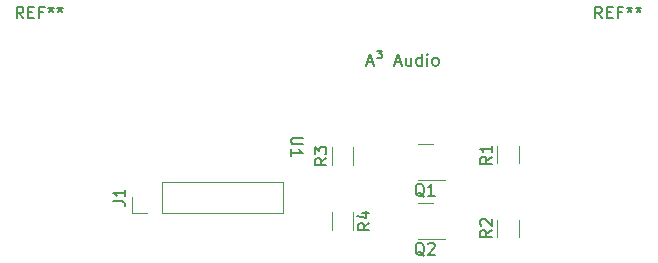
<source format=gbr>
%TF.GenerationSoftware,KiCad,Pcbnew,(6.0.0)*%
%TF.CreationDate,2022-09-27T13:06:44+08:00*%
%TF.ProjectId,rpiconnector,72706963-6f6e-46e6-9563-746f722e6b69,rev?*%
%TF.SameCoordinates,Original*%
%TF.FileFunction,Legend,Top*%
%TF.FilePolarity,Positive*%
%FSLAX46Y46*%
G04 Gerber Fmt 4.6, Leading zero omitted, Abs format (unit mm)*
G04 Created by KiCad (PCBNEW (6.0.0)) date 2022-09-27 13:06:44*
%MOMM*%
%LPD*%
G01*
G04 APERTURE LIST*
%ADD10C,0.150000*%
%ADD11C,0.120000*%
G04 APERTURE END LIST*
D10*
X148076190Y-56066666D02*
X148552380Y-56066666D01*
X147980952Y-56352380D02*
X148314285Y-55352380D01*
X148647619Y-56352380D01*
X148933333Y-55066666D02*
X149314285Y-55066666D01*
X149123809Y-55304761D01*
X149171428Y-55304761D01*
X149266666Y-55352380D01*
X149314285Y-55447619D01*
X149314285Y-55590476D01*
X149266666Y-55685714D01*
X149171428Y-55733333D01*
X149028571Y-55733333D01*
X148933333Y-55685714D01*
X150457142Y-56066666D02*
X150933333Y-56066666D01*
X150361904Y-56352380D02*
X150695238Y-55352380D01*
X151028571Y-56352380D01*
X151790476Y-55685714D02*
X151790476Y-56352380D01*
X151361904Y-55685714D02*
X151361904Y-56209523D01*
X151409523Y-56304761D01*
X151504761Y-56352380D01*
X151647619Y-56352380D01*
X151742857Y-56304761D01*
X151790476Y-56257142D01*
X152695238Y-56352380D02*
X152695238Y-55352380D01*
X152695238Y-56304761D02*
X152600000Y-56352380D01*
X152409523Y-56352380D01*
X152314285Y-56304761D01*
X152266666Y-56257142D01*
X152219047Y-56161904D01*
X152219047Y-55876190D01*
X152266666Y-55780952D01*
X152314285Y-55733333D01*
X152409523Y-55685714D01*
X152600000Y-55685714D01*
X152695238Y-55733333D01*
X153171428Y-56352380D02*
X153171428Y-55685714D01*
X153171428Y-55352380D02*
X153123809Y-55400000D01*
X153171428Y-55447619D01*
X153219047Y-55400000D01*
X153171428Y-55352380D01*
X153171428Y-55447619D01*
X153790476Y-56352380D02*
X153695238Y-56304761D01*
X153647619Y-56257142D01*
X153600000Y-56161904D01*
X153600000Y-55876190D01*
X153647619Y-55780952D01*
X153695238Y-55733333D01*
X153790476Y-55685714D01*
X153933333Y-55685714D01*
X154028571Y-55733333D01*
X154076190Y-55780952D01*
X154123809Y-55876190D01*
X154123809Y-56161904D01*
X154076190Y-56257142D01*
X154028571Y-56304761D01*
X153933333Y-56352380D01*
X153790476Y-56352380D01*
%TO.C,Q1*%
X152904761Y-67447619D02*
X152809523Y-67400000D01*
X152714285Y-67304761D01*
X152571428Y-67161904D01*
X152476190Y-67114285D01*
X152380952Y-67114285D01*
X152428571Y-67352380D02*
X152333333Y-67304761D01*
X152238095Y-67209523D01*
X152190476Y-67019047D01*
X152190476Y-66685714D01*
X152238095Y-66495238D01*
X152333333Y-66400000D01*
X152428571Y-66352380D01*
X152619047Y-66352380D01*
X152714285Y-66400000D01*
X152809523Y-66495238D01*
X152857142Y-66685714D01*
X152857142Y-67019047D01*
X152809523Y-67209523D01*
X152714285Y-67304761D01*
X152619047Y-67352380D01*
X152428571Y-67352380D01*
X153809523Y-67352380D02*
X153238095Y-67352380D01*
X153523809Y-67352380D02*
X153523809Y-66352380D01*
X153428571Y-66495238D01*
X153333333Y-66590476D01*
X153238095Y-66638095D01*
%TO.C,REF\u002A\u002A*%
X118966666Y-52352380D02*
X118633333Y-51876190D01*
X118395238Y-52352380D02*
X118395238Y-51352380D01*
X118776190Y-51352380D01*
X118871428Y-51400000D01*
X118919047Y-51447619D01*
X118966666Y-51542857D01*
X118966666Y-51685714D01*
X118919047Y-51780952D01*
X118871428Y-51828571D01*
X118776190Y-51876190D01*
X118395238Y-51876190D01*
X119395238Y-51828571D02*
X119728571Y-51828571D01*
X119871428Y-52352380D02*
X119395238Y-52352380D01*
X119395238Y-51352380D01*
X119871428Y-51352380D01*
X120633333Y-51828571D02*
X120300000Y-51828571D01*
X120300000Y-52352380D02*
X120300000Y-51352380D01*
X120776190Y-51352380D01*
X121300000Y-51352380D02*
X121300000Y-51590476D01*
X121061904Y-51495238D02*
X121300000Y-51590476D01*
X121538095Y-51495238D01*
X121157142Y-51780952D02*
X121300000Y-51590476D01*
X121442857Y-51780952D01*
X122061904Y-51352380D02*
X122061904Y-51590476D01*
X121823809Y-51495238D02*
X122061904Y-51590476D01*
X122300000Y-51495238D01*
X121919047Y-51780952D02*
X122061904Y-51590476D01*
X122204761Y-51780952D01*
%TO.C,U1*%
X142627619Y-62438095D02*
X141818095Y-62438095D01*
X141722857Y-62485714D01*
X141675238Y-62533333D01*
X141627619Y-62628571D01*
X141627619Y-62819047D01*
X141675238Y-62914285D01*
X141722857Y-62961904D01*
X141818095Y-63009523D01*
X142627619Y-63009523D01*
X141627619Y-64009523D02*
X141627619Y-63438095D01*
X141627619Y-63723809D02*
X142627619Y-63723809D01*
X142484761Y-63628571D01*
X142389523Y-63533333D01*
X142341904Y-63438095D01*
%TO.C,R4*%
X148272380Y-69666666D02*
X147796190Y-70000000D01*
X148272380Y-70238095D02*
X147272380Y-70238095D01*
X147272380Y-69857142D01*
X147320000Y-69761904D01*
X147367619Y-69714285D01*
X147462857Y-69666666D01*
X147605714Y-69666666D01*
X147700952Y-69714285D01*
X147748571Y-69761904D01*
X147796190Y-69857142D01*
X147796190Y-70238095D01*
X147605714Y-68809523D02*
X148272380Y-68809523D01*
X147224761Y-69047619D02*
X147939047Y-69285714D01*
X147939047Y-68666666D01*
%TO.C,Q2*%
X152904761Y-72447619D02*
X152809523Y-72400000D01*
X152714285Y-72304761D01*
X152571428Y-72161904D01*
X152476190Y-72114285D01*
X152380952Y-72114285D01*
X152428571Y-72352380D02*
X152333333Y-72304761D01*
X152238095Y-72209523D01*
X152190476Y-72019047D01*
X152190476Y-71685714D01*
X152238095Y-71495238D01*
X152333333Y-71400000D01*
X152428571Y-71352380D01*
X152619047Y-71352380D01*
X152714285Y-71400000D01*
X152809523Y-71495238D01*
X152857142Y-71685714D01*
X152857142Y-72019047D01*
X152809523Y-72209523D01*
X152714285Y-72304761D01*
X152619047Y-72352380D01*
X152428571Y-72352380D01*
X153238095Y-71447619D02*
X153285714Y-71400000D01*
X153380952Y-71352380D01*
X153619047Y-71352380D01*
X153714285Y-71400000D01*
X153761904Y-71447619D01*
X153809523Y-71542857D01*
X153809523Y-71638095D01*
X153761904Y-71780952D01*
X153190476Y-72352380D01*
X153809523Y-72352380D01*
%TO.C,R3*%
X144632380Y-64166666D02*
X144156190Y-64500000D01*
X144632380Y-64738095D02*
X143632380Y-64738095D01*
X143632380Y-64357142D01*
X143680000Y-64261904D01*
X143727619Y-64214285D01*
X143822857Y-64166666D01*
X143965714Y-64166666D01*
X144060952Y-64214285D01*
X144108571Y-64261904D01*
X144156190Y-64357142D01*
X144156190Y-64738095D01*
X143632380Y-63833333D02*
X143632380Y-63214285D01*
X144013333Y-63547619D01*
X144013333Y-63404761D01*
X144060952Y-63309523D01*
X144108571Y-63261904D01*
X144203809Y-63214285D01*
X144441904Y-63214285D01*
X144537142Y-63261904D01*
X144584761Y-63309523D01*
X144632380Y-63404761D01*
X144632380Y-63690476D01*
X144584761Y-63785714D01*
X144537142Y-63833333D01*
%TO.C,R2*%
X158632380Y-70266666D02*
X158156190Y-70600000D01*
X158632380Y-70838095D02*
X157632380Y-70838095D01*
X157632380Y-70457142D01*
X157680000Y-70361904D01*
X157727619Y-70314285D01*
X157822857Y-70266666D01*
X157965714Y-70266666D01*
X158060952Y-70314285D01*
X158108571Y-70361904D01*
X158156190Y-70457142D01*
X158156190Y-70838095D01*
X157727619Y-69885714D02*
X157680000Y-69838095D01*
X157632380Y-69742857D01*
X157632380Y-69504761D01*
X157680000Y-69409523D01*
X157727619Y-69361904D01*
X157822857Y-69314285D01*
X157918095Y-69314285D01*
X158060952Y-69361904D01*
X158632380Y-69933333D01*
X158632380Y-69314285D01*
%TO.C,J1*%
X126582380Y-67833333D02*
X127296666Y-67833333D01*
X127439523Y-67880952D01*
X127534761Y-67976190D01*
X127582380Y-68119047D01*
X127582380Y-68214285D01*
X127582380Y-66833333D02*
X127582380Y-67404761D01*
X127582380Y-67119047D02*
X126582380Y-67119047D01*
X126725238Y-67214285D01*
X126820476Y-67309523D01*
X126868095Y-67404761D01*
%TO.C,REF\u002A\u002A*%
X167966666Y-52352380D02*
X167633333Y-51876190D01*
X167395238Y-52352380D02*
X167395238Y-51352380D01*
X167776190Y-51352380D01*
X167871428Y-51400000D01*
X167919047Y-51447619D01*
X167966666Y-51542857D01*
X167966666Y-51685714D01*
X167919047Y-51780952D01*
X167871428Y-51828571D01*
X167776190Y-51876190D01*
X167395238Y-51876190D01*
X168395238Y-51828571D02*
X168728571Y-51828571D01*
X168871428Y-52352380D02*
X168395238Y-52352380D01*
X168395238Y-51352380D01*
X168871428Y-51352380D01*
X169633333Y-51828571D02*
X169300000Y-51828571D01*
X169300000Y-52352380D02*
X169300000Y-51352380D01*
X169776190Y-51352380D01*
X170300000Y-51352380D02*
X170300000Y-51590476D01*
X170061904Y-51495238D02*
X170300000Y-51590476D01*
X170538095Y-51495238D01*
X170157142Y-51780952D02*
X170300000Y-51590476D01*
X170442857Y-51780952D01*
X171061904Y-51352380D02*
X171061904Y-51590476D01*
X170823809Y-51495238D02*
X171061904Y-51590476D01*
X171300000Y-51495238D01*
X170919047Y-51780952D02*
X171061904Y-51590476D01*
X171204761Y-51780952D01*
%TO.C,R1*%
X158632380Y-64066666D02*
X158156190Y-64400000D01*
X158632380Y-64638095D02*
X157632380Y-64638095D01*
X157632380Y-64257142D01*
X157680000Y-64161904D01*
X157727619Y-64114285D01*
X157822857Y-64066666D01*
X157965714Y-64066666D01*
X158060952Y-64114285D01*
X158108571Y-64161904D01*
X158156190Y-64257142D01*
X158156190Y-64638095D01*
X158632380Y-63114285D02*
X158632380Y-63685714D01*
X158632380Y-63400000D02*
X157632380Y-63400000D01*
X157775238Y-63495238D01*
X157870476Y-63590476D01*
X157918095Y-63685714D01*
D11*
%TO.C,Q1*%
X153000000Y-62940000D02*
X153650000Y-62940000D01*
X153000000Y-62940000D02*
X152350000Y-62940000D01*
X153000000Y-66060000D02*
X154675000Y-66060000D01*
X153000000Y-66060000D02*
X152350000Y-66060000D01*
%TO.C,R4*%
X146910000Y-68772936D02*
X146910000Y-70227064D01*
X145090000Y-68772936D02*
X145090000Y-70227064D01*
%TO.C,Q2*%
X153000000Y-71060000D02*
X154675000Y-71060000D01*
X153000000Y-67940000D02*
X152350000Y-67940000D01*
X153000000Y-71060000D02*
X152350000Y-71060000D01*
X153000000Y-67940000D02*
X153650000Y-67940000D01*
%TO.C,R3*%
X146910000Y-64727064D02*
X146910000Y-63272936D01*
X145090000Y-64727064D02*
X145090000Y-63272936D01*
%TO.C,R2*%
X160910000Y-70827064D02*
X160910000Y-69372936D01*
X159090000Y-70827064D02*
X159090000Y-69372936D01*
%TO.C,J1*%
X130730000Y-68830000D02*
X140950000Y-68830000D01*
X130730000Y-68830000D02*
X130730000Y-66170000D01*
X128130000Y-68830000D02*
X128130000Y-67500000D01*
X129460000Y-68830000D02*
X128130000Y-68830000D01*
X140950000Y-68830000D02*
X140950000Y-66170000D01*
X130730000Y-66170000D02*
X140950000Y-66170000D01*
%TO.C,R1*%
X160910000Y-64627064D02*
X160910000Y-63172936D01*
X159090000Y-64627064D02*
X159090000Y-63172936D01*
%TD*%
M02*

</source>
